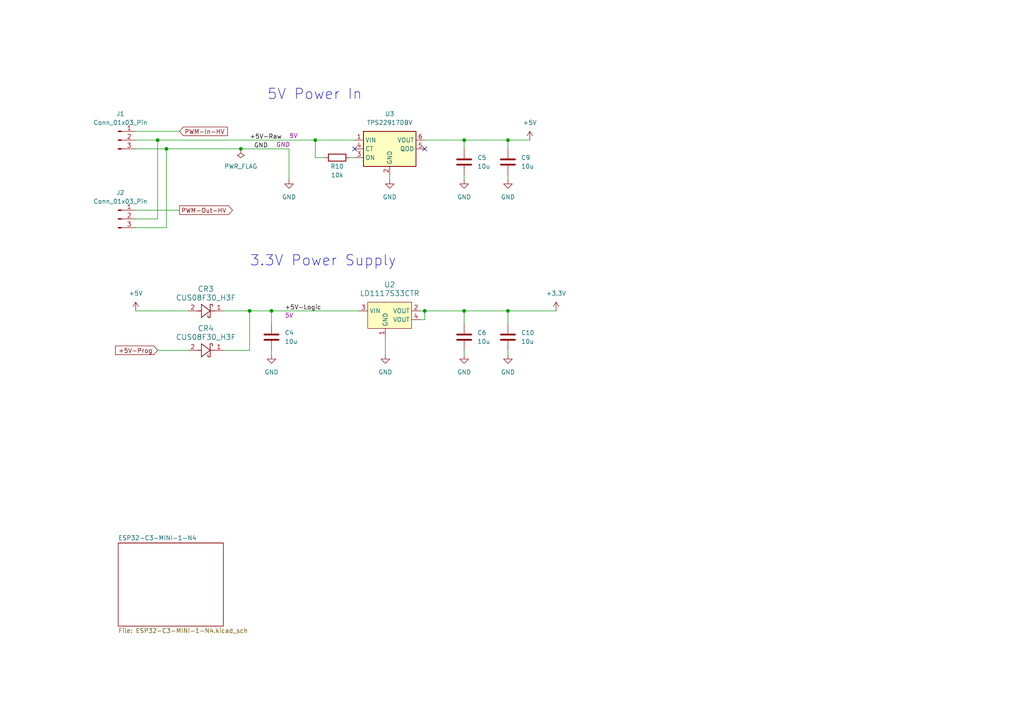
<source format=kicad_sch>
(kicad_sch (version 20230121) (generator eeschema)
  (paper "A4")
  (title_block (title "Hydrofoil Control") (date "2023-09-04") (rev "v1.1") (company "Tamás Nagy") (comment 1 "ADC removed, capacitance measurement added"))
  (lib_symbols
    (symbol "2023-10-06_10-19-56:CUS08F30_H3FT" (pin_names (offset 0.254))
      (property "Reference" "CR" (at 5.08 4.445 0))
      (property "Value" "CUS08F30_H3FT" (at 5.08 -3.81 0))
      (symbol "CUS08F30_H3FT_1_1"
        (polyline (pts (xy 2.54 0) (xy 3.4798 0)) (stroke (width 0.2032)))
        (polyline (pts (xy 3.175 0) (xy 3.81 0)) (stroke (width 0.2032)))
        (polyline (pts (xy 3.81 -1.905) (xy 6.35 0)) (stroke (width 0.2032)))
        (polyline (pts (xy 3.81 1.905) (xy 3.81 -1.905)) (stroke (width 0.2032)))
        (polyline (pts (xy 6.35 -1.905) (xy 6.35 1.905)) (stroke (width 0.2032)))
        (polyline (pts (xy 6.35 0) (xy 3.81 1.905)) (stroke (width 0.2032)))
        (polyline (pts (xy 6.35 0) (xy 7.62 0)) (stroke (width 0.2032)))
        (polyline (pts (xy 6.35 -1.905) (xy 5.715 -1.905) (xy 5.715 -1.27)) (stroke (width 0.2032)))
        (polyline (pts (xy 6.35 1.905) (xy 6.985 1.905) (xy 6.985 1.27)) (stroke (width 0.2032)))
        (pin unspecified line (at 10.16 0 180) (length 2.54) (name "") (number "1"))
        (pin unspecified line (at 0 0 0) (length 2.54) (name "") (number "2"))
      )
      (symbol "CUS08F30_H3FT_1_2"
        (polyline (pts (xy -1.905 3.81) (xy 1.905 3.81)) (stroke (width 0.2032)))
        (polyline (pts (xy 0 2.54) (xy 0 3.4798)) (stroke (width 0.2032)))
        (polyline (pts (xy 0 3.175) (xy 0 3.81)) (stroke (width 0.2032)))
        (polyline (pts (xy 0 6.35) (xy -1.905 3.81)) (stroke (width 0.2032)))
        (polyline (pts (xy 0 6.35) (xy 0 7.62)) (stroke (width 0.2032)))
        (polyline (pts (xy 1.905 3.81) (xy 0 6.35)) (stroke (width 0.2032)))
        (polyline (pts (xy 1.905 6.35) (xy -1.905 6.35)) (stroke (width 0.2032)))
        (pin unspecified line (at 0 10.16 270) (length 2.54) (name "") (number "1"))
        (pin unspecified line (at 0 0 90) (length 2.54) (name "") (number "2"))
      )
    )
    (symbol "Connector:Conn_01x03_Pin" (pin_names (offset 1.016) hide)
      (property "Reference" "J" (at 0 5.08 0))
      (property "Value" "Conn_01x03_Pin" (at 0 -5.08 0))
      (symbol "Conn_01x03_Pin_1_1"
        (polyline (pts (xy 1.27 -2.54) (xy 0.8636 -2.54)) (stroke (width 0.1524)))
        (polyline (pts (xy 1.27 0) (xy 0.8636 0)) (stroke (width 0.1524)))
        (polyline (pts (xy 1.27 2.54) (xy 0.8636 2.54)) (stroke (width 0.1524)))
        (rectangle (start 0.8636 -2.413) (end 0 -2.667) (stroke (width 0.1524)) (fill (type outline)))
        (rectangle (start 0.8636 0.127) (end 0 -0.127) (stroke (width 0.1524)) (fill (type outline)))
        (rectangle (start 0.8636 2.667) (end 0 2.413) (stroke (width 0.1524)) (fill (type outline)))
        (pin passive line (at 5.08 2.54 180) (length 3.81) (name "Pin_1") (number "1"))
        (pin passive line (at 5.08 0 180) (length 3.81) (name "Pin_2") (number "2"))
        (pin passive line (at 5.08 -2.54 180) (length 3.81) (name "Pin_3") (number "3"))
      )
    )
    (symbol "Device:C" (pin_numbers hide) (pin_names (offset 0.254))
      (property "Reference" "C" (at 0.635 2.54 0))
      (property "Value" "C" (at 0.635 -2.54 0))
      (symbol "C_0_1"
        (polyline (pts (xy -2.032 -0.762) (xy 2.032 -0.762)) (stroke (width 0.508)))
        (polyline (pts (xy -2.032 0.762) (xy 2.032 0.762)) (stroke (width 0.508)))
      )
      (symbol "C_1_1"
        (pin passive line (at 0 3.81 270) (length 2.794) (name "~") (number "1"))
        (pin passive line (at 0 -3.81 90) (length 2.794) (name "~") (number "2"))
      )
    )
    (symbol "Device:R" (pin_numbers hide) (pin_names (offset 0))
      (property "Reference" "R" (at 2.032 0 90))
      (property "Value" "R" (at 0 0 90))
      (symbol "R_0_1"
        (rectangle (start -1.016 -2.54) (end 1.016 2.54) (stroke (width 0.254)))
      )
      (symbol "R_1_1"
        (pin passive line (at 0 3.81 270) (length 1.27) (name "~") (number "1"))
        (pin passive line (at 0 -3.81 90) (length 1.27) (name "~") (number "2"))
      )
    )
    (symbol "Power_Management:TPS22917DBV"
      (property "Reference" "U" (at -6.35 6.35 0))
      (property "Value" "TPS22917DBV" (at 2.54 6.35 0))
      (symbol "TPS22917DBV_0_1"
        (rectangle (start -7.62 5.08) (end 7.62 -5.08) (stroke (width 0.254)) (fill (type background)))
      )
      (symbol "TPS22917DBV_1_1"
        (pin power_in line (at -10.16 2.54 0) (length 2.54) (name "VIN") (number "1"))
        (pin power_in line (at 0 -7.62 90) (length 2.54) (name "GND") (number "2"))
        (pin input line (at -10.16 -2.54 0) (length 2.54) (name "ON") (number "3"))
        (pin output line (at -10.16 0 0) (length 2.54) (name "CT") (number "4"))
        (pin open_collector line (at 10.16 0 180) (length 2.54) (name "QOD") (number "5"))
        (pin power_out line (at 10.16 2.54 180) (length 2.54) (name "VOUT") (number "6"))
      )
    )
    (symbol "dk_PMIC-Voltage-Regulators-Linear:LD1117S33CTR"
      (property "Reference" "U" (at 1.27 3.81 0))
      (property "Value" "LD1117S33CTR" (at 1.27 6.35 0))
      (symbol "LD1117S33CTR_1_1"
        (rectangle (start -5.08 2.54) (end 7.62 -5.08) (fill (type background)))
        (pin power_in line (at 0 -7.62 90) (length 2.54) (name "GND") (number "1"))
        (pin power_out line (at 10.16 0 180) (length 2.54) (name "VOUT") (number "2"))
        (pin power_in line (at -7.62 0 0) (length 2.54) (name "VIN") (number "3"))
        (pin power_out line (at 10.16 -2.54 180) (length 2.54) (name "VOUT") (number "4"))
      )
    )
    (symbol "power:+3.3V" (power) (pin_names (offset 0))
      (property "Value" "+3.3V" (at 0 3.556 0))
      (symbol "+3.3V_0_1"
        (polyline (pts (xy -0.762 1.27) (xy 0 2.54)))
        (polyline (pts (xy 0 0) (xy 0 2.54)))
        (polyline (pts (xy 0 2.54) (xy 0.762 1.27)))
      )
      (symbol "+3.3V_1_1"
        (pin power_in line (at 0 0 90) (length 0) hide (name "+3.3V") (number "1"))
      )
    )
    (symbol "power:+5V" (power) (pin_names (offset 0))
      (property "Value" "+5V" (at 0 3.556 0))
      (symbol "+5V_0_1"
        (polyline (pts (xy -0.762 1.27) (xy 0 2.54)))
        (polyline (pts (xy 0 0) (xy 0 2.54)))
        (polyline (pts (xy 0 2.54) (xy 0.762 1.27)))
      )
      (symbol "+5V_1_1"
        (pin power_in line (at 0 0 90) (length 0) hide (name "+5V") (number "1"))
      )
    )
    (symbol "power:GND" (power) (pin_names (offset 0))
      (property "Value" "GND" (at 0 -3.81 0))
      (symbol "GND_0_1"
        (polyline (pts (xy 0 0) (xy 0 -1.27) (xy 1.27 -1.27) (xy 0 -2.54) (xy -1.27 -1.27) (xy 0 -1.27)))
      )
      (symbol "GND_1_1"
        (pin power_in line (at 0 0 270) (length 0) hide (name "GND") (number "1"))
      )
    )
    (symbol "power:PWR_FLAG" (power) (pin_numbers hide) (pin_names (offset 0) hide)
      (property "Value" "PWR_FLAG" (at 0 3.81 0))
      (symbol "PWR_FLAG_0_0"
        (pin power_out line (at 0 0 90) (length 0) (name "pwr") (number "1"))
      )
      (symbol "PWR_FLAG_0_1"
        (polyline (pts (xy 0 0) (xy 0 1.27) (xy -1.016 1.905) (xy 0 2.54) (xy 1.016 1.905) (xy 0 1.27)))
      )
    )
  )
  (junction (at 91.44 40.64))
  (junction (at 147.32 40.64))
  (junction (at 78.74 90.17))
  (junction (at 69.85 43.18))
  (junction (at 147.32 90.17))
  (junction (at 72.39 90.17))
  (junction (at 45.72 40.64))
  (junction (at 134.62 90.17))
  (junction (at 123.19 90.17))
  (junction (at 48.26 43.18))
  (junction (at 134.62 40.64))
  (no_connect (at 123.19 43.18))
  (no_connect (at 102.87 43.18))
  (wire (pts (xy 134.62 90.17) (xy 123.19 90.17)))
  (wire (pts (xy 147.32 40.64) (xy 153.67 40.64)))
  (wire (pts (xy 45.72 101.6) (xy 54.61 101.6)))
  (wire (pts (xy 123.19 40.64) (xy 134.62 40.64)))
  (wire (pts (xy 123.19 90.17) (xy 123.19 92.71)))
  (wire (pts (xy 134.62 40.64) (xy 147.32 40.64)))
  (wire (pts (xy 113.03 50.8) (xy 113.03 52.07)))
  (wire (pts (xy 45.72 63.5) (xy 39.37 63.5)))
  (wire (pts (xy 147.32 102.87) (xy 147.32 101.6)))
  (wire (pts (xy 45.72 40.64) (xy 45.72 63.5)))
  (wire (pts (xy 91.44 40.64) (xy 102.87 40.64)))
  (wire (pts (xy 134.62 102.87) (xy 134.62 101.6)))
  (wire (pts (xy 48.26 43.18) (xy 69.85 43.18)))
  (wire (pts (xy 93.98 45.72) (xy 91.44 45.72)))
  (wire (pts (xy 101.6 45.72) (xy 102.87 45.72)))
  (wire (pts (xy 134.62 50.8) (xy 134.62 52.07)))
  (wire (pts (xy 134.62 93.98) (xy 134.62 90.17)))
  (wire (pts (xy 147.32 90.17) (xy 161.29 90.17)))
  (wire (pts (xy 39.37 38.1) (xy 52.07 38.1)))
  (wire (pts (xy 78.74 102.87) (xy 78.74 101.6)))
  (wire (pts (xy 72.39 90.17) (xy 78.74 90.17)))
  (wire (pts (xy 147.32 50.8) (xy 147.32 52.07)))
  (wire (pts (xy 39.37 60.96) (xy 52.07 60.96)))
  (wire (pts (xy 123.19 92.71) (xy 121.92 92.71)))
  (wire (pts (xy 134.62 40.64) (xy 134.62 43.18)))
  (wire (pts (xy 111.76 97.79) (xy 111.76 102.87)))
  (wire (pts (xy 78.74 90.17) (xy 104.14 90.17)))
  (wire (pts (xy 134.62 90.17) (xy 147.32 90.17)))
  (wire (pts (xy 72.39 101.6) (xy 72.39 90.17)))
  (wire (pts (xy 64.77 90.17) (xy 72.39 90.17)))
  (wire (pts (xy 39.37 40.64) (xy 45.72 40.64)))
  (wire (pts (xy 39.37 90.17) (xy 54.61 90.17)))
  (wire (pts (xy 147.32 40.64) (xy 147.32 43.18)))
  (wire (pts (xy 78.74 90.17) (xy 78.74 93.98)))
  (wire (pts (xy 45.72 40.64) (xy 91.44 40.64)))
  (wire (pts (xy 147.32 93.98) (xy 147.32 90.17)))
  (wire (pts (xy 83.82 43.18) (xy 83.82 52.07)))
  (wire (pts (xy 123.19 90.17) (xy 121.92 90.17)))
  (wire (pts (xy 39.37 66.04) (xy 48.26 66.04)))
  (wire (pts (xy 64.77 101.6) (xy 72.39 101.6)))
  (wire (pts (xy 48.26 43.18) (xy 48.26 66.04)))
  (wire (pts (xy 39.37 43.18) (xy 48.26 43.18)))
  (wire (pts (xy 69.85 43.18) (xy 83.82 43.18)))
  (wire (pts (xy 91.44 45.72) (xy 91.44 40.64)))
  (text "3.3V Power Supply" (at 72.39 77.47 0) (effects (font (size 3 3)) (justify left bottom)))
  (text "5V Power In" (at 77.47 29.21 0) (effects (font (size 3 3)) (justify left bottom)))
  (label "GND" (at 73.66 43.18 0) (property "Netclass" "GND" (at 80.01 41.91 0) (effects (font italic) (justify left))))
  (label "+5V-Logic" (at 82.55 90.17 0) (property "Netclass" "5V" (at 82.55 91.44 0) (effects (font italic) (justify left))))
  (label "+5V-Raw" (at 72.39 40.64 0) (property "Netclass" "5V" (at 83.82 39.37 0) (effects (font italic) (justify left))))
  (global_label "+5V-Prog" (shape input) (at 45.72 101.6 180) (property "Intersheetrefs" "${INTERSHEET_REFS}" (effects hide)) (property "Netclass" "5V" (effects hide)))
  (global_label "PWM-Out-HV" (shape output) (at 52.07 60.96 0) (property "Intersheetrefs" "${INTERSHEET_REFS}" (effects hide)) (property "Netclass" "Default" (effects hide)))
  (global_label "PWM-In-HV" (shape input) (at 52.07 38.1 0) (property "Intersheetrefs" "${INTERSHEET_REFS}" (effects hide)) (property "Netclass" "Default" (effects hide)))
  (symbol (lib_id "power:+5V") (at 39.37 90.17 0) (unit 1)
    (property "Reference" "#PWR018" (effects hide))
    (property "Value" "+5V" (at 39.37 85.09 0))
  )
  (symbol (lib_id "Connector:Conn_01x03_Pin") (at 34.29 40.64 0) (unit 1) (in_bom no)
    (property "Reference" "J1" (at 34.925 33.02 0))
    (property "Value" "Conn_01x03_Pin" (at 34.925 35.56 0))
    (property "Footprint" "Custom_Footprints:Solder_Connector" (effects hide))
  )
  (symbol (lib_id "Device:R") (at 97.79 45.72 270) (unit 1)
    (property "Reference" "R10" (at 97.79 48.26 90))
    (property "Value" "10k" (at 97.79 50.8 90))
    (property "Footprint" "Resistor_SMD:R_0402_1005Metric_Pad0.72x0.64mm_HandSolder" (effects hide))
    (property "MPN" "0402WGF1002TCE" (effects hide))
  )
  (symbol (lib_id "dk_PMIC-Voltage-Regulators-Linear:LD1117S33CTR") (at 111.76 90.17 0) (unit 1)
    (property "Reference" "U2" (at 113.03 82.55 0) (effects (font (size 1.524 1.524))))
    (property "Value" "LD1117S33CTR" (at 113.03 85.09 0) (effects (font (size 1.524 1.524))))
    (property "Footprint" "digikey-footprints:SOT-223" (effects hide))
    (property "Datasheet" "http://www.st.com/content/ccc/resource/technical/document/datasheet/99/3b/7d/91/91/51/4b/be/CD00000544.pdf/files/CD00000544.pdf/jcr:content/translations/en.CD00000544.pdf" (effects hide))
    (property "Digi-Key_PN" "497-1241-1-ND" (effects hide))
    (property "MPN" "LD1117S33CTR" (effects hide))
    (property "Category" "Integrated Circuits (ICs)" (effects hide))
    (property "Family" "PMIC - Voltage Regulators - Linear" (effects hide))
    (property "DK_Datasheet_Link" "http://www.st.com/content/ccc/resource/technical/document/datasheet/99/3b/7d/91/91/51/4b/be/CD00000544.pdf/files/CD00000544.pdf/jcr:content/translations/en.CD00000544.pdf" (effects hide))
    (property "DK_Detail_Page" "/product-detail/en/stmicroelectronics/LD1117S33CTR/497-1241-1-ND/586241" (effects hide))
    (property "Description" "IC REG LINEAR 3.3V 800MA SOT223" (effects hide))
    (property "Manufacturer" "STMicroelectronics" (effects hide))
    (property "Status" "Active" (effects hide))
  )
  (symbol (lib_id "power:GND") (at 113.03 52.07 0) (unit 1)
    (property "Reference" "#PWR022" (effects hide))
    (property "Value" "GND" (at 113.03 57.15 0))
  )
  (symbol (lib_id "Connector:Conn_01x03_Pin") (at 34.29 63.5 0) (unit 1) (in_bom no)
    (property "Reference" "J2" (at 34.925 55.88 0))
    (property "Value" "Conn_01x03_Pin" (at 34.925 58.42 0))
    (property "Footprint" "Custom_Footprints:Solder_Connector" (effects hide))
  )
  (symbol (lib_id "power:GND") (at 134.62 52.07 0) (unit 1)
    (property "Reference" "#PWR023" (effects hide))
    (property "Value" "GND" (at 134.62 57.15 0))
  )
  (symbol (lib_id "Device:C") (at 134.62 46.99 0) (unit 1)
    (property "Reference" "C5" (at 138.43 45.72 0) (effects (justify left)))
    (property "Value" "10u" (at 138.43 48.26 0) (effects (justify left)))
    (property "Footprint" "Capacitor_SMD:C_0402_1005Metric_Pad0.74x0.62mm_HandSolder" (effects hide))
    (property "MPN" "CL05A106MP5NUNC" (effects hide))
  )
  (symbol (lib_id "power:PWR_FLAG") (at 69.85 43.18 180) (unit 1)
    (property "Reference" "#FLG01" (effects hide))
    (property "Value" "PWR_FLAG" (at 69.85 48.26 0))
  )
  (symbol (lib_id "Device:C") (at 78.74 97.79 0) (unit 1)
    (property "Reference" "C4" (at 82.55 96.52 0) (effects (justify left)))
    (property "Value" "10u" (at 82.55 99.06 0) (effects (justify left)))
    (property "Footprint" "Capacitor_SMD:C_0402_1005Metric_Pad0.74x0.62mm_HandSolder" (effects hide))
    (property "MPN" "CL05A106MP5NUNC" (effects hide))
  )
  (symbol (lib_id "power:GND") (at 147.32 102.87 0) (unit 1)
    (property "Reference" "#PWR045" (effects hide))
    (property "Value" "GND" (at 147.32 107.95 0))
  )
  (symbol (lib_id "power:+3.3V") (at 161.29 90.17 0) (unit 1)
    (property "Reference" "#PWR026" (effects hide))
    (property "Value" "+3.3V" (at 161.29 85.09 0))
  )
  (symbol (lib_id "power:+5V") (at 153.67 40.64 0) (unit 1)
    (property "Reference" "#PWR025" (effects hide))
    (property "Value" "+5V" (at 153.67 35.56 0))
  )
  (symbol (lib_id "Device:C") (at 134.62 97.79 0) (unit 1)
    (property "Reference" "C6" (at 138.43 96.52 0) (effects (justify left)))
    (property "Value" "10u" (at 138.43 99.06 0) (effects (justify left)))
    (property "Footprint" "Capacitor_SMD:C_0402_1005Metric_Pad0.74x0.62mm_HandSolder" (effects hide))
    (property "MPN" "CL05A106MP5NUNC" (effects hide))
  )
  (symbol (lib_id "power:GND") (at 111.76 102.87 0) (unit 1)
    (property "Reference" "#PWR021" (effects hide))
    (property "Value" "GND" (at 111.76 107.95 0))
  )
  (symbol (lib_id "power:GND") (at 83.82 52.07 0) (unit 1)
    (property "Reference" "#PWR020" (effects hide))
    (property "Value" "GND" (at 83.82 57.15 0))
  )
  (symbol (lib_id "power:GND") (at 134.62 102.87 0) (unit 1)
    (property "Reference" "#PWR024" (effects hide))
    (property "Value" "GND" (at 134.62 107.95 0))
  )
  (symbol (lib_id "2023-10-06_10-19-56:CUS08F30_H3FT") (at 54.61 90.17 0) (unit 1)
    (property "Reference" "CR3" (at 59.69 83.82 0) (effects (font (size 1.524 1.524))))
    (property "Value" "CUS08F30_H3F" (at 59.69 86.36 0) (effects (font (size 1.524 1.524))))
    (property "Footprint" "CUS08F30:USC_TOS" (effects hide))
    (property "Datasheet" "https://www.vishay.com/docs/63717/sip32408.pdf" (effects hide))
    (property "MPN" "CUS08F30,H3F" (effects hide))
  )
  (symbol (lib_id "power:GND") (at 78.74 102.87 0) (unit 1)
    (property "Reference" "#PWR019" (effects hide))
    (property "Value" "GND" (at 78.74 107.95 0))
  )
  (symbol (lib_id "2023-10-06_10-19-56:CUS08F30_H3FT") (at 54.61 101.6 0) (unit 1)
    (property "Reference" "CR4" (at 59.69 95.25 0) (effects (font (size 1.524 1.524))))
    (property "Value" "CUS08F30_H3F" (at 59.69 97.79 0) (effects (font (size 1.524 1.524))))
    (property "Footprint" "CUS08F30:USC_TOS" (effects hide))
    (property "Datasheet" "https://www.vishay.com/docs/63717/sip32408.pdf" (effects hide))
    (property "MPN" "CUS08F30,H3F" (effects hide))
  )
  (symbol (lib_id "Device:C") (at 147.32 46.99 0) (unit 1)
    (property "Reference" "C9" (at 151.13 45.72 0) (effects (justify left)))
    (property "Value" "10u" (at 151.13 48.26 0) (effects (justify left)))
    (property "Footprint" "Capacitor_SMD:C_0402_1005Metric_Pad0.74x0.62mm_HandSolder" (effects hide))
    (property "MPN" "CL05A106MP5NUNC" (effects hide))
  )
  (symbol (lib_id "Device:C") (at 147.32 97.79 0) (unit 1)
    (property "Reference" "C10" (at 151.13 96.52 0) (effects (justify left)))
    (property "Value" "10u" (at 151.13 99.06 0) (effects (justify left)))
    (property "Footprint" "Capacitor_SMD:C_0402_1005Metric_Pad0.74x0.62mm_HandSolder" (effects hide))
    (property "MPN" "CL05A106MP5NUNC" (effects hide))
  )
  (symbol (lib_id "Power_Management:TPS22917DBV") (at 113.03 43.18 0) (unit 1)
    (property "Reference" "U3" (at 113.03 33.02 0))
    (property "Value" "TPS22917DBV" (at 113.03 35.56 0))
    (property "Footprint" "Package_TO_SOT_SMD:SOT-23-6" (effects hide))
    (property "Datasheet" "http://www.ti.com/lit/ds/symlink/tps22917.pdf" (effects hide))
    (property "MPN" "TPS22917DBVR" (effects hide))
  )
  (symbol (lib_id "power:GND") (at 147.32 52.07 0) (unit 1)
    (property "Reference" "#PWR044" (effects hide))
    (property "Value" "GND" (at 147.32 57.15 0))
  )
  (sheet (at 34.29 157.48) (size 30.48 24.13) (stroke (width 0.1524))
    (property "Sheetname" "ESP32-C3-MINI-1-N4" (at 34.29 156.7684 0) (effects (justify left bottom)))
    (property "Sheetfile" "ESP32-C3-MINI-1-N4.kicad_sch" (at 34.29 182.1946 0) (effects (justify left top)))
  )
)
</source>
